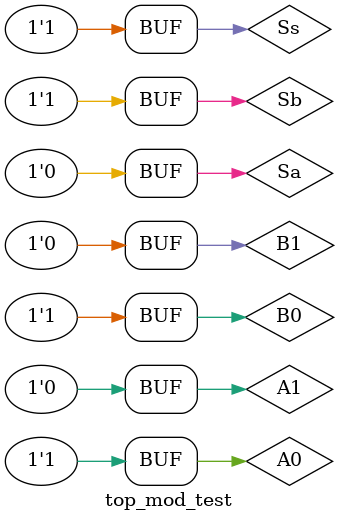
<source format=v>
`timescale 1ns / 1ps



module top_mod_test;

	// Inputs
	reg A0;
	reg A1;
	reg B0;
	reg B1;
	reg Sa;
	reg Sb;
	reg Ss;

	// Outputs
	wire S0;
	wire S1;

	// Instantiate the Unit Under Test (UUT)
	SUPER_1_bit_adder_w_mux uut (
		.A0(A0), 
		.A1(A1), 
		.B0(B0), 
		.B1(B1), 
		.Sa(Sa), 
		.Sb(Sb), 
		.Ss(Ss), 
		.S0(S0), 
		.S1(S1)
	);

	initial begin
		// Initialize Inputs
		A0 = 0;
		A1 = 0;
		B0 = 0;
		B1 = 0;
		Sa = 0;
		Sb = 0;
		Ss = 0;

		// Wait 100 ns for global reset to finish
		#100;
		
		A0=1;
		A1=0;
		B0=1;
		B1=0;
		Sa=0;
		Sb=1;
		Ss=1;
		//1+0 should = 1 on S0
        
		// Add stimulus here

	end
      
endmodule


</source>
